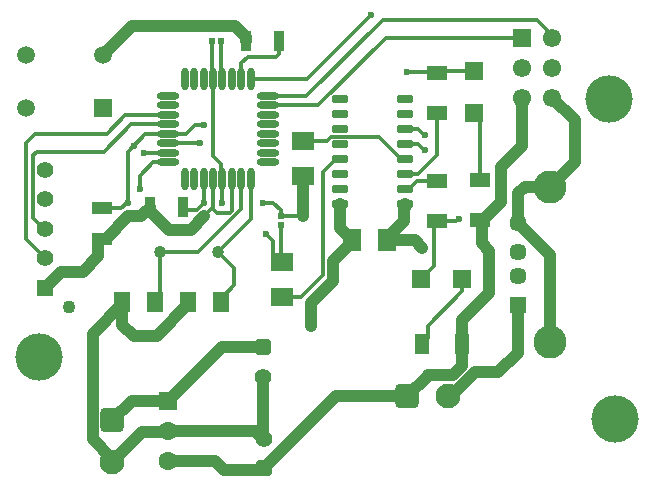
<source format=gtl>
G04*
G04 #@! TF.GenerationSoftware,Altium Limited,Altium Designer,24.1.2 (44)*
G04*
G04 Layer_Physical_Order=1*
G04 Layer_Color=255*
%FSLAX25Y25*%
%MOIN*%
G70*
G04*
G04 #@! TF.SameCoordinates,7DBD4A73-798C-42AE-A11E-901C6AB6527B*
G04*
G04*
G04 #@! TF.FilePolarity,Positive*
G04*
G01*
G75*
%ADD17R,0.07316X0.05928*%
%ADD18O,0.02362X0.07677*%
%ADD19O,0.07677X0.02362*%
%ADD20R,0.05906X0.05906*%
%ADD21R,0.05928X0.07316*%
%ADD22R,0.03740X0.06693*%
%ADD23R,0.05333X0.07111*%
%ADD24R,0.06693X0.04331*%
%ADD25R,0.07087X0.05118*%
G04:AMPARAMS|DCode=26|XSize=51.58mil|YSize=24.41mil|CornerRadius=3.05mil|HoleSize=0mil|Usage=FLASHONLY|Rotation=180.000|XOffset=0mil|YOffset=0mil|HoleType=Round|Shape=RoundedRectangle|*
%AMROUNDEDRECTD26*
21,1,0.05158,0.01831,0,0,180.0*
21,1,0.04547,0.02441,0,0,180.0*
1,1,0.00610,-0.02274,0.00915*
1,1,0.00610,0.02274,0.00915*
1,1,0.00610,0.02274,-0.00915*
1,1,0.00610,-0.02274,-0.00915*
%
%ADD26ROUNDEDRECTD26*%
%ADD27R,0.05906X0.05906*%
%ADD28R,0.05118X0.07087*%
%ADD29R,0.01860X0.02029*%
%ADD30R,0.02029X0.01860*%
%ADD36R,0.05512X0.05512*%
%ADD37C,0.05512*%
%ADD38C,0.04331*%
%ADD39C,0.06102*%
%ADD40R,0.06102X0.06102*%
%ADD56C,0.01181*%
%ADD57C,0.03937*%
%ADD58C,0.04055*%
G04:AMPARAMS|DCode=59|XSize=82.68mil|YSize=82.68mil|CornerRadius=20.67mil|HoleSize=0mil|Usage=FLASHONLY|Rotation=0.000|XOffset=0mil|YOffset=0mil|HoleType=Round|Shape=RoundedRectangle|*
%AMROUNDEDRECTD59*
21,1,0.08268,0.04134,0,0,0.0*
21,1,0.04134,0.08268,0,0,0.0*
1,1,0.04134,0.02067,-0.02067*
1,1,0.04134,-0.02067,-0.02067*
1,1,0.04134,-0.02067,0.02067*
1,1,0.04134,0.02067,0.02067*
%
%ADD59ROUNDEDRECTD59*%
%ADD60C,0.08268*%
%ADD61R,0.06299X0.06299*%
%ADD62C,0.06299*%
%ADD63C,0.11024*%
%ADD64C,0.05709*%
%ADD65R,0.05709X0.05709*%
G04:AMPARAMS|DCode=66|XSize=55.12mil|YSize=55.12mil|CornerRadius=13.78mil|HoleSize=0mil|Usage=FLASHONLY|Rotation=270.000|XOffset=0mil|YOffset=0mil|HoleType=Round|Shape=RoundedRectangle|*
%AMROUNDEDRECTD66*
21,1,0.05512,0.02756,0,0,270.0*
21,1,0.02756,0.05512,0,0,270.0*
1,1,0.02756,-0.01378,-0.01378*
1,1,0.02756,-0.01378,0.01378*
1,1,0.02756,0.01378,0.01378*
1,1,0.02756,0.01378,-0.01378*
%
%ADD66ROUNDEDRECTD66*%
%ADD67C,0.05906*%
%ADD68C,0.15748*%
G04:AMPARAMS|DCode=69|XSize=82.68mil|YSize=82.68mil|CornerRadius=20.67mil|HoleSize=0mil|Usage=FLASHONLY|Rotation=270.000|XOffset=0mil|YOffset=0mil|HoleType=Round|Shape=RoundedRectangle|*
%AMROUNDEDRECTD69*
21,1,0.08268,0.04134,0,0,270.0*
21,1,0.04134,0.08268,0,0,270.0*
1,1,0.04134,-0.02067,-0.02067*
1,1,0.04134,-0.02067,0.02067*
1,1,0.04134,0.02067,0.02067*
1,1,0.04134,0.02067,-0.02067*
%
%ADD69ROUNDEDRECTD69*%
%ADD70C,0.02362*%
D17*
X100500Y123000D02*
D03*
Y111376D02*
D03*
X93500Y71188D02*
D03*
Y82812D02*
D03*
D18*
X60976Y110268D02*
D03*
X64126D02*
D03*
X67276D02*
D03*
X70425D02*
D03*
X73575D02*
D03*
X76724D02*
D03*
X79874D02*
D03*
X83024D02*
D03*
Y143732D02*
D03*
X79874D02*
D03*
X76724D02*
D03*
X73575D02*
D03*
X70425D02*
D03*
X67276D02*
D03*
X64126D02*
D03*
X60976D02*
D03*
D19*
X88732Y115976D02*
D03*
Y119126D02*
D03*
Y122276D02*
D03*
Y125425D02*
D03*
Y128575D02*
D03*
Y131724D02*
D03*
Y134874D02*
D03*
Y138024D02*
D03*
X55268D02*
D03*
Y134874D02*
D03*
Y131724D02*
D03*
Y128575D02*
D03*
Y125425D02*
D03*
Y122276D02*
D03*
Y119126D02*
D03*
Y115976D02*
D03*
D20*
X139610Y77000D02*
D03*
X153390D02*
D03*
X33795Y134142D02*
D03*
D21*
X116688Y90000D02*
D03*
X128312D02*
D03*
D22*
X49488Y101000D02*
D03*
X60512D02*
D03*
X81488Y156500D02*
D03*
X92512D02*
D03*
D23*
X73000Y69500D02*
D03*
X62167D02*
D03*
X40167D02*
D03*
X51000D02*
D03*
D24*
X33500Y100736D02*
D03*
Y90500D02*
D03*
D25*
X159500Y96807D02*
D03*
Y110193D02*
D03*
X145000Y96307D02*
D03*
Y109693D02*
D03*
Y145693D02*
D03*
Y132307D02*
D03*
D26*
X134327Y102000D02*
D03*
Y107000D02*
D03*
Y112000D02*
D03*
Y117000D02*
D03*
Y122000D02*
D03*
Y127000D02*
D03*
Y132000D02*
D03*
Y137000D02*
D03*
X112673D02*
D03*
Y132000D02*
D03*
Y127000D02*
D03*
Y122000D02*
D03*
Y117000D02*
D03*
Y112000D02*
D03*
Y107000D02*
D03*
Y102000D02*
D03*
D27*
X157500Y132500D02*
D03*
Y146280D02*
D03*
D28*
X153386Y55500D02*
D03*
X140000D02*
D03*
D29*
X93000Y95019D02*
D03*
Y98000D02*
D03*
D30*
X73000Y156500D02*
D03*
X70019D02*
D03*
D36*
X14500Y74158D02*
D03*
D37*
Y84000D02*
D03*
Y93843D02*
D03*
Y103685D02*
D03*
Y113528D02*
D03*
X87500Y23843D02*
D03*
X87000Y44500D02*
D03*
D38*
X22374Y67858D02*
D03*
D39*
X183500Y137500D02*
D03*
Y147500D02*
D03*
Y157500D02*
D03*
X173500Y137500D02*
D03*
Y147500D02*
D03*
D40*
Y157500D02*
D03*
D56*
X132968Y117000D02*
X134327D01*
X100500Y123000D02*
X108510D01*
X109821Y124311D01*
X125657D01*
X132968Y117000D01*
X99688Y71188D02*
X107000Y78500D01*
Y112685D02*
X111315Y117000D01*
X107000Y78500D02*
Y112685D01*
X139610Y77000D02*
X144091Y81480D01*
Y95398D01*
X145000Y96307D01*
X151487D01*
X65000Y100000D02*
X67500Y102500D01*
X61512Y100000D02*
X65000D01*
X60512Y101000D02*
X61512Y100000D01*
X67500Y98000D02*
X70425Y100925D01*
X33500Y100736D02*
X39917D01*
X41680Y102500D01*
X42000D01*
Y119500D01*
X49488Y101000D02*
X50540Y99948D01*
X93000Y98000D02*
X100500D01*
X87043Y102457D02*
X90543D01*
X87000Y102500D02*
X87043Y102457D01*
X93000Y83312D02*
Y95019D01*
X88000Y92000D02*
X90433Y89567D01*
X92806Y82812D02*
X93500D01*
X90433Y85185D02*
X92806Y82812D01*
X90433Y85185D02*
Y89567D01*
X42000Y119500D02*
X47925Y125425D01*
X73000Y69500D02*
Y70389D01*
X77500Y74889D01*
Y80606D01*
X72106Y86000D02*
X77500Y80606D01*
X73000Y69500D02*
X74500Y68000D01*
X52894Y71394D02*
Y86000D01*
X51000Y69500D02*
X52894Y71394D01*
Y86000D02*
X65377D01*
X79874Y100497D01*
Y110268D01*
X76724Y99724D02*
Y110268D01*
X71925Y99000D02*
X76000D01*
X76724Y99724D01*
X72106Y86000D02*
X83024Y96917D01*
Y110268D01*
X47500Y119000D02*
X47563Y119063D01*
X55205D02*
X55268Y119126D01*
X47563Y119063D02*
X55205D01*
X46000Y107000D02*
Y111500D01*
X50476Y115976D01*
X64500Y128500D02*
X67500D01*
X61425Y125425D02*
X64500Y128500D01*
X55268Y125425D02*
X61425D01*
X101732Y143732D02*
X123000Y165000D01*
X83024Y143732D02*
X101732D01*
X183500Y157500D02*
Y158500D01*
X178500Y163500D02*
X183500Y158500D01*
X127000Y163500D02*
X178500D01*
X101524Y138024D02*
X127000Y163500D01*
X88732Y138024D02*
X101524D01*
X128010Y157500D02*
X173500D01*
X105385Y134874D02*
X128010Y157500D01*
X88732Y134874D02*
X105385D01*
X55268Y122276D02*
X55380Y122388D01*
X65888D01*
X66000Y122500D01*
X135000Y146000D02*
X144693D01*
X140824Y125000D02*
X141000D01*
X138824Y127000D02*
X140824Y125000D01*
X134327Y127000D02*
X138824D01*
X140824Y120000D02*
X141000D01*
X134327Y122000D02*
X138824D01*
X140824Y120000D01*
X152180Y97000D02*
X152500D01*
X151487Y96307D02*
X152180Y97000D01*
X73500Y102500D02*
X73537Y102537D01*
Y110230D01*
X70425Y100500D02*
X71925Y99000D01*
X39584Y70084D02*
X40167Y69500D01*
X67388Y102612D02*
Y110156D01*
X67276Y110268D02*
X67388Y110156D01*
Y102612D02*
X67500Y102500D01*
X50476Y115976D02*
X55268D01*
X47925Y125425D02*
X55268D01*
X157500Y132500D02*
X159500Y130500D01*
Y110193D02*
Y130500D01*
X144693Y146000D02*
X145000Y145693D01*
X73000Y113820D02*
X73575Y113245D01*
X70425Y118075D02*
Y143732D01*
X73000Y113820D02*
Y115500D01*
X70425Y118075D02*
X73000Y115500D01*
X73575Y110268D02*
Y113245D01*
X70425Y100500D02*
Y100925D01*
Y110268D01*
X145000Y145693D02*
X145587Y146280D01*
X157500D01*
X145000Y118500D02*
Y132307D01*
X138677Y112177D02*
X145000Y118500D01*
X134327Y112000D02*
X134504Y112177D01*
X138677D01*
X157500Y110193D02*
X158000Y109693D01*
X92956Y98044D02*
Y100044D01*
Y98044D02*
X93000Y98000D01*
X90543Y102457D02*
X92956Y100044D01*
X111315Y117000D02*
X112673D01*
X93500Y71188D02*
X99688D01*
X51000Y69500D02*
Y70389D01*
X14157Y93843D02*
X14500D01*
X10500Y97500D02*
X14157Y93843D01*
X10500Y97500D02*
Y118308D01*
X11692Y119500D01*
X34000D01*
X43075Y128575D01*
X8000Y122500D02*
X11000Y125500D01*
X8000Y90500D02*
Y122500D01*
X11000Y125500D02*
X35000D01*
X8000Y90500D02*
X14500Y84000D01*
X35000Y125500D02*
X41224Y131724D01*
X91500Y151000D02*
X92512Y152012D01*
Y156500D01*
X82000Y151000D02*
X91500D01*
X79874Y148874D02*
X82000Y151000D01*
X79874Y143732D02*
Y148874D01*
X73575Y143732D02*
Y146709D01*
X73000Y147284D02*
Y156500D01*
Y147284D02*
X73575Y146709D01*
X70019Y156500D02*
X70222Y156297D01*
Y143935D02*
Y156297D01*
Y143935D02*
X70425Y143732D01*
X43075Y128575D02*
X55268D01*
X41224Y131724D02*
X55268D01*
X73537Y110230D02*
X73575Y110268D01*
X140000Y55500D02*
X141969Y57469D01*
Y61469D01*
X153390Y72890D01*
Y77000D01*
X134327Y112000D02*
X135685D01*
X134327Y107000D02*
X135685D01*
X138378Y109693D01*
X145000D01*
D57*
X100500Y98000D02*
Y111376D01*
X137712Y90000D02*
X140212Y87500D01*
X128312Y90000D02*
X137712D01*
X128312D02*
X128406Y89906D01*
X110500Y83118D02*
X116688Y89306D01*
Y90000D01*
X110500Y76500D02*
Y83118D01*
X103000Y61500D02*
Y69000D01*
X110500Y76500D01*
X116688Y90000D02*
Y90694D01*
X112673Y94015D02*
X114999Y91689D01*
X115692D01*
X116688Y90694D01*
X112673Y94015D02*
Y102000D01*
X134000Y100500D02*
X134327Y100827D01*
Y102000D01*
X134000Y96382D02*
Y100500D01*
X128312Y90694D02*
X134000Y96382D01*
X63000Y93500D02*
X67500Y98000D01*
X55709Y93500D02*
X63000D01*
X49488Y99721D02*
X55709Y93500D01*
X49488Y99721D02*
Y101000D01*
X48110Y99622D02*
X49390D01*
X46488Y98000D02*
X48110Y99622D01*
X42181Y98000D02*
X46488D01*
X43437Y161500D02*
X77768D01*
X33795Y151858D02*
X43437Y161500D01*
X77768D02*
X81488Y157780D01*
Y156500D02*
Y157780D01*
X19842Y79500D02*
X27000D01*
X32122Y84622D01*
Y90303D01*
X32319Y90500D02*
X34681D01*
X14500Y74158D02*
X19842Y79500D01*
X32122Y90303D02*
X32319Y90500D01*
X34681D02*
X42181Y98000D01*
X51694Y58138D02*
X62167Y68611D01*
Y69500D01*
X51694Y58000D02*
Y58138D01*
X44000Y58000D02*
X51694D01*
X40167Y68611D02*
Y69500D01*
Y61833D02*
Y68611D01*
Y61833D02*
X44000Y58000D01*
X30284Y23706D02*
Y58728D01*
X40167Y68611D01*
X36886Y16110D02*
Y17103D01*
X30284Y23706D02*
X36886Y17103D01*
X182665Y107866D02*
X191000Y116201D01*
Y130000D01*
X183500Y137500D02*
X191000Y130000D01*
X158000Y96307D02*
X159984D01*
X166500Y102823D01*
Y114500D01*
X173500Y121500D01*
Y137500D01*
X160000Y89000D02*
Y96216D01*
Y89000D02*
X162500Y86500D01*
Y72500D02*
Y86500D01*
X153386Y63386D02*
X162500Y72500D01*
X153386Y55500D02*
Y63386D01*
X127316Y89004D02*
X127500Y89188D01*
X55500Y16500D02*
X71000D01*
X74000Y13500D01*
X87000D01*
X87500Y14000D01*
X111386Y37886D01*
X135110D01*
Y37939D01*
X142000Y44829D01*
Y45000D01*
X150500D01*
X153386Y47886D01*
Y55500D01*
X182665Y56134D02*
Y85110D01*
X171996Y95780D02*
X182665Y85110D01*
X171996Y95780D02*
Y105560D01*
X174302Y107866D01*
X182665D01*
X87250Y24093D02*
X87500Y23843D01*
X87250Y24093D02*
Y44250D01*
X87000Y44500D02*
X87250Y44250D01*
X84416Y26500D02*
X87074Y23843D01*
X55500Y26500D02*
X84416D01*
X36886Y16110D02*
X46824Y26048D01*
X55048D01*
X55500Y26500D01*
X36886Y29890D02*
X43496Y36500D01*
X55500D01*
X73343Y54343D01*
X87000D01*
X148890Y37886D02*
X149661D01*
X157775Y46000D01*
X165500D01*
X171996Y52496D01*
Y68220D01*
D58*
X72106Y86000D02*
D03*
X52894D02*
D03*
D59*
X135110Y37886D02*
D03*
D60*
X148890D02*
D03*
X36886Y16110D02*
D03*
D61*
X55500Y36500D02*
D03*
D62*
Y26500D02*
D03*
Y16500D02*
D03*
D63*
X182665Y107866D02*
D03*
Y56134D02*
D03*
D64*
X171996Y95780D02*
D03*
Y85937D02*
D03*
Y78063D02*
D03*
D65*
Y68220D02*
D03*
D66*
X87500Y14000D02*
D03*
X87000Y54343D02*
D03*
D67*
X8205Y134142D02*
D03*
Y151858D02*
D03*
X33795D02*
D03*
D68*
X204500Y30500D02*
D03*
X12500Y51000D02*
D03*
X202500Y137000D02*
D03*
D69*
X36886Y29890D02*
D03*
D70*
X140212Y87500D02*
D03*
X67500Y98000D02*
D03*
X42000Y102500D02*
D03*
X100500Y98000D02*
D03*
X87000Y102500D02*
D03*
X88000Y92000D02*
D03*
X47500Y119000D02*
D03*
X46000Y107000D02*
D03*
X67500Y128500D02*
D03*
X123000Y165000D02*
D03*
X103000Y61500D02*
D03*
X66000Y122500D02*
D03*
X135000Y146000D02*
D03*
X141000Y125000D02*
D03*
Y120000D02*
D03*
X152500Y97000D02*
D03*
X73500Y102500D02*
D03*
X67500D02*
D03*
X44000Y121500D02*
D03*
M02*

</source>
